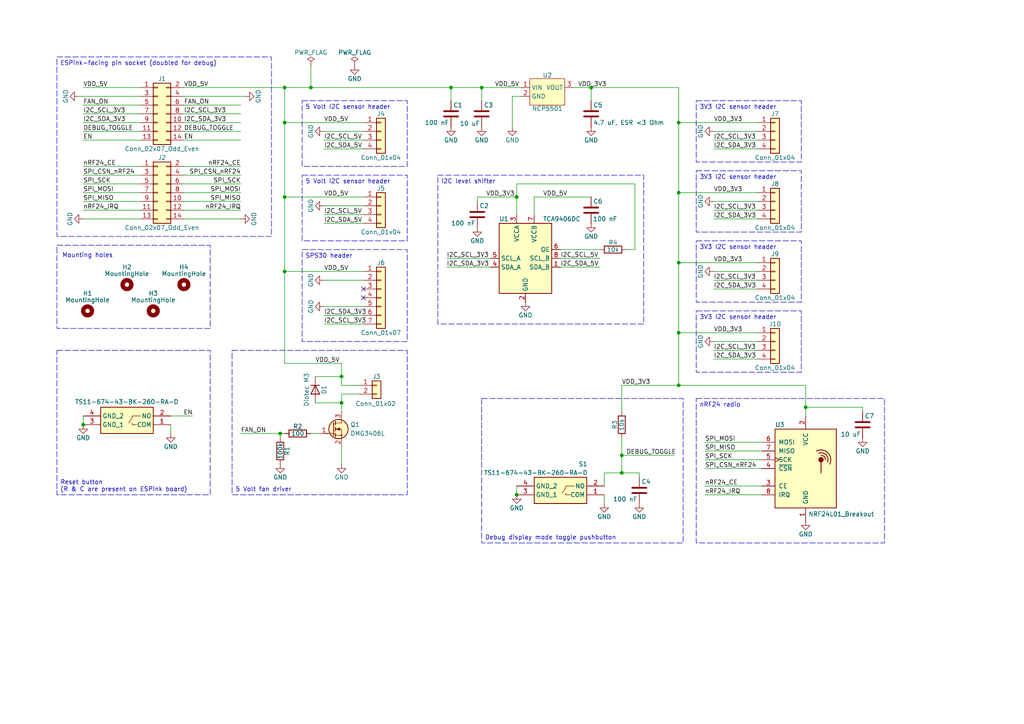
<source format=kicad_sch>
(kicad_sch (version 20231120) (generator "eeschema") (generator_version "8.0")
  (paper "A4")
  (title_block (title "HAMS_hub") (rev "0") (company "Jakub Franek"))
  (lib_symbols
    (symbol "Connector_Generic:Conn_01x02" (pin_names (offset 1.016) hide)
      (property "Reference" "J" (at 0 2.54 0))
      (property "Value" "Conn_01x02" (at 0 -5.08 0))
      (symbol "Conn_01x02_1_1"
        (rectangle (start -1.27 -2.413) (end 0 -2.667) (stroke (width 0.1524)))
        (rectangle (start -1.27 0.127) (end 0 -0.127) (stroke (width 0.1524)))
        (rectangle (start -1.27 1.27) (end 1.27 -3.81) (stroke (width 0.254)) (fill (type background)))
        (pin passive line (at -5.08 0 0) (length 3.81) (name "Pin_1") (number "1"))
        (pin passive line (at -5.08 -2.54 0) (length 3.81) (name "Pin_2") (number "2"))
      )
    )
    (symbol "Connector_Generic:Conn_01x04" (pin_names (offset 1.016) hide)
      (property "Reference" "J" (at 0 5.08 0))
      (property "Value" "Conn_01x04" (at 0 -7.62 0))
      (symbol "Conn_01x04_1_1"
        (rectangle (start -1.27 -4.953) (end 0 -5.207) (stroke (width 0.1524)))
        (rectangle (start -1.27 -2.413) (end 0 -2.667) (stroke (width 0.1524)))
        (rectangle (start -1.27 0.127) (end 0 -0.127) (stroke (width 0.1524)))
        (rectangle (start -1.27 2.667) (end 0 2.413) (stroke (width 0.1524)))
        (rectangle (start -1.27 3.81) (end 1.27 -6.35) (stroke (width 0.254)) (fill (type background)))
        (pin passive line (at -5.08 2.54 0) (length 3.81) (name "Pin_1") (number "1"))
        (pin passive line (at -5.08 0 0) (length 3.81) (name "Pin_2") (number "2"))
        (pin passive line (at -5.08 -2.54 0) (length 3.81) (name "Pin_3") (number "3"))
        (pin passive line (at -5.08 -5.08 0) (length 3.81) (name "Pin_4") (number "4"))
      )
    )
    (symbol "Connector_Generic:Conn_01x07" (pin_names (offset 1.016) hide)
      (property "Reference" "J" (at 0 10.16 0))
      (property "Value" "Conn_01x07" (at 0 -10.16 0))
      (symbol "Conn_01x07_1_1"
        (rectangle (start -1.27 -7.493) (end 0 -7.747) (stroke (width 0.1524)))
        (rectangle (start -1.27 -4.953) (end 0 -5.207) (stroke (width 0.1524)))
        (rectangle (start -1.27 -2.413) (end 0 -2.667) (stroke (width 0.1524)))
        (rectangle (start -1.27 0.127) (end 0 -0.127) (stroke (width 0.1524)))
        (rectangle (start -1.27 2.667) (end 0 2.413) (stroke (width 0.1524)))
        (rectangle (start -1.27 5.207) (end 0 4.953) (stroke (width 0.1524)))
        (rectangle (start -1.27 7.747) (end 0 7.493) (stroke (width 0.1524)))
        (rectangle (start -1.27 8.89) (end 1.27 -8.89) (stroke (width 0.254)) (fill (type background)))
        (pin passive line (at -5.08 7.62 0) (length 3.81) (name "Pin_1") (number "1"))
        (pin passive line (at -5.08 5.08 0) (length 3.81) (name "Pin_2") (number "2"))
        (pin passive line (at -5.08 2.54 0) (length 3.81) (name "Pin_3") (number "3"))
        (pin passive line (at -5.08 0 0) (length 3.81) (name "Pin_4") (number "4"))
        (pin passive line (at -5.08 -2.54 0) (length 3.81) (name "Pin_5") (number "5"))
        (pin passive line (at -5.08 -5.08 0) (length 3.81) (name "Pin_6") (number "6"))
        (pin passive line (at -5.08 -7.62 0) (length 3.81) (name "Pin_7") (number "7"))
      )
    )
    (symbol "Connector_Generic:Conn_02x07_Odd_Even" (pin_names (offset 1.016) hide)
      (property "Reference" "J" (at 1.27 10.16 0))
      (property "Value" "Conn_02x07_Odd_Even" (at 1.27 -10.16 0))
      (symbol "Conn_02x07_Odd_Even_1_1"
        (rectangle (start -1.27 -7.493) (end 0 -7.747) (stroke (width 0.1524)))
        (rectangle (start -1.27 -4.953) (end 0 -5.207) (stroke (width 0.1524)))
        (rectangle (start -1.27 -2.413) (end 0 -2.667) (stroke (width 0.1524)))
        (rectangle (start -1.27 0.127) (end 0 -0.127) (stroke (width 0.1524)))
        (rectangle (start -1.27 2.667) (end 0 2.413) (stroke (width 0.1524)))
        (rectangle (start -1.27 5.207) (end 0 4.953) (stroke (width 0.1524)))
        (rectangle (start -1.27 7.747) (end 0 7.493) (stroke (width 0.1524)))
        (rectangle (start -1.27 8.89) (end 3.81 -8.89) (stroke (width 0.254)) (fill (type background)))
        (rectangle (start 3.81 -7.493) (end 2.54 -7.747) (stroke (width 0.1524)))
        (rectangle (start 3.81 -4.953) (end 2.54 -5.207) (stroke (width 0.1524)))
        (rectangle (start 3.81 -2.413) (end 2.54 -2.667) (stroke (width 0.1524)))
        (rectangle (start 3.81 0.127) (end 2.54 -0.127) (stroke (width 0.1524)))
        (rectangle (start 3.81 2.667) (end 2.54 2.413) (stroke (width 0.1524)))
        (rectangle (start 3.81 5.207) (end 2.54 4.953) (stroke (width 0.1524)))
        (rectangle (start 3.81 7.747) (end 2.54 7.493) (stroke (width 0.1524)))
        (pin passive line (at -5.08 7.62 0) (length 3.81) (name "Pin_1") (number "1"))
        (pin passive line (at 7.62 -2.54 180) (length 3.81) (name "Pin_10") (number "10"))
        (pin passive line (at -5.08 -5.08 0) (length 3.81) (name "Pin_11") (number "11"))
        (pin passive line (at 7.62 -5.08 180) (length 3.81) (name "Pin_12") (number "12"))
        (pin passive line (at -5.08 -7.62 0) (length 3.81) (name "Pin_13") (number "13"))
        (pin passive line (at 7.62 -7.62 180) (length 3.81) (name "Pin_14") (number "14"))
        (pin passive line (at 7.62 7.62 180) (length 3.81) (name "Pin_2") (number "2"))
        (pin passive line (at -5.08 5.08 0) (length 3.81) (name "Pin_3") (number "3"))
        (pin passive line (at 7.62 5.08 180) (length 3.81) (name "Pin_4") (number "4"))
        (pin passive line (at -5.08 2.54 0) (length 3.81) (name "Pin_5") (number "5"))
        (pin passive line (at 7.62 2.54 180) (length 3.81) (name "Pin_6") (number "6"))
        (pin passive line (at -5.08 0 0) (length 3.81) (name "Pin_7") (number "7"))
        (pin passive line (at 7.62 0 180) (length 3.81) (name "Pin_8") (number "8"))
        (pin passive line (at -5.08 -2.54 0) (length 3.81) (name "Pin_9") (number "9"))
      )
    )
    (symbol "Device:C" (pin_numbers hide) (pin_names (offset 0.254))
      (property "Reference" "C" (at 0.635 2.54 0))
      (property "Value" "C" (at 0.635 -2.54 0))
      (symbol "C_0_1"
        (polyline (pts (xy -2.032 -0.762) (xy 2.032 -0.762)) (stroke (width 0.508)))
        (polyline (pts (xy -2.032 0.762) (xy 2.032 0.762)) (stroke (width 0.508)))
      )
      (symbol "C_1_1"
        (pin passive line (at 0 3.81 270) (length 2.794) (name "~") (number "1"))
        (pin passive line (at 0 -3.81 90) (length 2.794) (name "~") (number "2"))
      )
    )
    (symbol "Device:D" (pin_numbers hide) (pin_names (offset 1.016) hide)
      (property "Reference" "D" (at 0 2.54 0))
      (property "Value" "D" (at 0 -2.54 0))
      (symbol "D_0_1"
        (polyline (pts (xy -1.27 1.27) (xy -1.27 -1.27)) (stroke (width 0.254)))
        (polyline (pts (xy 1.27 0) (xy -1.27 0)))
        (polyline (pts (xy 1.27 1.27) (xy 1.27 -1.27) (xy -1.27 0) (xy 1.27 1.27)) (stroke (width 0.254)))
      )
      (symbol "D_1_1"
        (pin passive line (at -3.81 0 0) (length 2.54) (name "K") (number "1"))
        (pin passive line (at 3.81 0 180) (length 2.54) (name "A") (number "2"))
      )
    )
    (symbol "Device:R" (pin_numbers hide) (pin_names (offset 0))
      (property "Reference" "R" (at 2.032 0 90))
      (property "Value" "R" (at 0 0 90))
      (symbol "R_0_1"
        (rectangle (start -1.016 -2.54) (end 1.016 2.54) (stroke (width 0.254)))
      )
      (symbol "R_1_1"
        (pin passive line (at 0 3.81 270) (length 1.27) (name "~") (number "1"))
        (pin passive line (at 0 -3.81 90) (length 1.27) (name "~") (number "2"))
      )
    )
    (symbol "Interface:TCA9406DC"
      (property "Reference" "U" (at -7.62 11.43 0))
      (property "Value" "TCA9406DC" (at 5.08 11.43 0))
      (symbol "TCA9406DC_0_1"
        (rectangle (start -7.62 10.16) (end 7.62 -10.16) (stroke (width 0.254)) (fill (type background)))
      )
      (symbol "TCA9406DC_1_1"
        (pin bidirectional line (at 10.16 -2.54 180) (length 2.54) (name "SDA_B") (number "1"))
        (pin power_in line (at 0 -12.7 90) (length 2.54) (name "GND") (number "2"))
        (pin power_in line (at -2.54 12.7 270) (length 2.54) (name "VCCA") (number "3"))
        (pin bidirectional line (at -10.16 -2.54 0) (length 2.54) (name "SDA_A") (number "4"))
        (pin bidirectional line (at -10.16 0 0) (length 2.54) (name "SCL_A") (number "5"))
        (pin input line (at 10.16 2.54 180) (length 2.54) (name "OE") (number "6"))
        (pin power_in line (at 2.54 12.7 270) (length 2.54) (name "VCCB") (number "7"))
        (pin bidirectional line (at 10.16 0 180) (length 2.54) (name "SCL_B") (number "8"))
      )
    )
    (symbol "Mechanical:MountingHole" (pin_names (offset 1.016)) (exclude_from_sim yes) (in_bom no)
      (property "Reference" "H" (at 0 5.08 0))
      (property "Value" "MountingHole" (at 0 3.175 0))
      (symbol "MountingHole_0_1"
        (circle (center 0 0) (radius 1.27) (stroke (width 1.27)))
      )
    )
    (symbol "PCM_Transistor_MOSFET_AKL:DMG3406L" (pin_names hide)
      (property "Reference" "Q" (at 5.08 1.27 0))
      (property "Value" "DMG3406L" (at 5.08 -1.27 0))
      (symbol "DMG3406L_0_1"
        (polyline (pts (xy 0.254 -1.27) (xy -2.54 -1.27)))
        (polyline (pts (xy 0.254 1.905) (xy 0.254 -1.905)) (stroke (width 0.254)))
        (polyline (pts (xy 0.762 -1.778) (xy 2.54 -1.778)))
        (polyline (pts (xy 0.762 -1.27) (xy 0.762 -2.286)) (stroke (width 0.254)))
        (polyline (pts (xy 0.762 0.508) (xy 0.762 -0.508)) (stroke (width 0.254)))
        (polyline (pts (xy 0.762 2.286) (xy 0.762 1.27)) (stroke (width 0.254)))
        (polyline (pts (xy 2.54 1.778) (xy 0.762 1.778)))
        (polyline (pts (xy 2.54 2.54) (xy 2.54 1.778)))
        (polyline (pts (xy 2.54 -2.54) (xy 2.54 0) (xy 0.762 0)))
        (polyline (pts (xy 1.016 0) (xy 2.032 0.381) (xy 2.032 -0.381) (xy 1.016 0)) (fill (type outline)))
        (circle (center 1.651 0) (radius 2.794) (stroke (width 0.254)) (fill (type background)))
        (circle (center 2.54 -1.778) (radius 0.1778) (fill (type outline)))
      )
      (symbol "DMG3406L_1_1"
        (pin input line (at -3.81 -1.27 0) (length 2.54) (name "G") (number "1"))
        (pin passive line (at 2.54 -5.08 90) (length 2.54) (name "S") (number "2"))
        (pin passive line (at 2.54 5.08 270) (length 2.54) (name "D") (number "3"))
      )
    )
    (symbol "Personal_Linear_Regulators:NCP5501"
      (property "Reference" "U" (at 0 4.826 0))
      (property "Value" "NCP5501" (at 0 -4.826 0))
      (symbol "NCP5501_1_1"
        (rectangle (start -5.08 3.81) (end 5.08 -3.81) (fill (type background)))
        (pin power_in line (at -7.62 1.27 0) (length 2.54) (name "VIN") (number "1"))
        (pin power_in line (at -7.62 -1.27 0) (length 2.54) (name "GND") (number "2"))
        (pin power_out line (at 7.62 1.27 180) (length 2.54) (name "VOUT") (number "3"))
      )
    )
    (symbol "Personal_SamacSys:TS11-674-43-BK-260-RA-D"
      (property "Reference" "S" (at 4.826 7.112 0))
      (property "Value" "TS11-674-43-BK-260-RA-D" (at 4.826 4.572 0))
      (symbol "TS11-674-43-BK-260-RA-D_0_1"
        (polyline (pts (xy 11.176 -2.032) (xy 11.176 -2.54) (xy 9.906 -2.54)))
        (polyline (pts (xy 8.636 0) (xy 11.176 0) (xy 11.176 -0.508) (xy 12.192 -2.032)))
      )
      (symbol "TS11-674-43-BK-260-RA-D_1_1"
        (rectangle (start 5.08 2.54) (end 20.32 -5.08) (stroke (width 0.254)) (fill (type background)))
        (pin passive line (at 0 -2.54 0) (length 5.08) (name "COM") (number "1"))
        (pin passive line (at 0 0 0) (length 5.08) (name "NO") (number "2"))
        (pin passive line (at 25.4 -2.54 180) (length 5.08) (name "GND_1") (number "3"))
        (pin passive line (at 25.4 0 180) (length 5.08) (name "GND_2") (number "4"))
      )
    )
    (symbol "RF:NRF24L01_Breakout" (pin_names (offset 1.016))
      (property "Reference" "U" (at -8.89 12.7 0))
      (property "Value" "NRF24L01_Breakout" (at 3.81 12.7 0))
      (symbol "NRF24L01_Breakout_0_1"
        (rectangle (start -8.89 11.43) (end 8.89 -11.43) (stroke (width 0.254)) (fill (type background)))
        (polyline (pts (xy 4.445 1.905) (xy 4.445 -1.27)) (stroke (width 0.254)))
        (circle (center 4.445 2.54) (radius 0.635) (stroke (width 0.254)) (fill (type outline)))
        (arc (start 5.715 2.54) (mid 5.3521 3.4546) (end 4.445 3.81) (stroke (width 0.254)))
        (arc (start 6.35 1.905) (mid 5.8763 3.9854) (end 3.81 4.445) (stroke (width 0.254)))
        (arc (start 6.985 1.27) (mid 6.453 4.548) (end 3.175 5.08) (stroke (width 0.254)))
      )
      (symbol "NRF24L01_Breakout_1_1"
        (pin power_in line (at 0 -15.24 90) (length 3.81) (name "GND") (number "1"))
        (pin power_in line (at 0 15.24 270) (length 3.81) (name "VCC") (number "2"))
        (pin input line (at -12.7 -5.08 0) (length 3.81) (name "CE") (number "3"))
        (pin input line (at -12.7 0 0) (length 3.81) (name "~{CSN}") (number "4"))
        (pin input clock (at -12.7 2.54 0) (length 3.81) (name "SCK") (number "5"))
        (pin input line (at -12.7 7.62 0) (length 3.81) (name "MOSI") (number "6"))
        (pin output line (at -12.7 5.08 0) (length 3.81) (name "MISO") (number "7"))
        (pin output line (at -12.7 -7.62 0) (length 3.81) (name "IRQ") (number "8"))
      )
    )
    (symbol "power:GND" (power) (pin_numbers hide) (pin_names (offset 0) hide)
      (property "Value" "GND" (at 0 -3.81 0))
      (symbol "GND_0_1"
        (polyline (pts (xy 0 0) (xy 0 -1.27) (xy 1.27 -1.27) (xy 0 -2.54) (xy -1.27 -1.27) (xy 0 -1.27)))
      )
      (symbol "GND_1_1"
        (pin power_in line (at 0 0 270) (length 0) (name "~") (number "1"))
      )
    )
    (symbol "power:PWR_FLAG" (power) (pin_numbers hide) (pin_names (offset 0) hide)
      (property "Value" "PWR_FLAG" (at 0 3.81 0))
      (symbol "PWR_FLAG_0_0"
        (pin power_out line (at 0 0 90) (length 0) (name "~") (number "1"))
      )
      (symbol "PWR_FLAG_0_1"
        (polyline (pts (xy 0 0) (xy 0 1.27) (xy -1.016 1.905) (xy 0 2.54) (xy 1.016 1.905) (xy 0 1.27)))
      )
    )
  )
  (junction (at 196.85 96.52))
  (junction (at 139.7 25.4))
  (junction (at 82.55 25.4))
  (junction (at 180.34 132.08))
  (junction (at 90.17 25.4))
  (junction (at 233.68 118.11))
  (junction (at 196.85 55.88))
  (junction (at 82.55 57.15))
  (junction (at 81.28 125.73))
  (junction (at 99.06 116.84))
  (junction (at 130.81 25.4))
  (junction (at 99.06 109.22))
  (junction (at 149.86 143.51))
  (junction (at 149.86 57.15))
  (junction (at 196.85 35.56))
  (junction (at 196.85 76.2))
  (junction (at 196.85 111.76))
  (junction (at 24.13 123.19))
  (junction (at 82.55 78.74))
  (junction (at 171.45 25.4))
  (junction (at 180.34 137.16))
  (junction (at 82.55 35.56))
  (no_connect (at 105.41 83.82))
  (no_connect (at 105.41 86.36))
  (wire (pts (xy 91.44 109.22) (xy 99.06 109.22)))
  (wire (pts (xy 69.85 50.8) (xy 53.34 50.8)))
  (wire (pts (xy 99.06 109.22) (xy 99.06 111.76)))
  (wire (pts (xy 204.47 135.89) (xy 220.98 135.89)))
  (wire (pts (xy 69.85 58.42) (xy 53.34 58.42)))
  (wire (pts (xy 233.68 118.11) (xy 233.68 120.65)))
  (wire (pts (xy 207.01 60.96) (xy 219.71 60.96)))
  (wire (pts (xy 180.34 132.08) (xy 195.58 132.08)))
  (wire (pts (xy 162.56 72.39) (xy 173.99 72.39)))
  (wire (pts (xy 204.47 140.97) (xy 220.98 140.97)))
  (wire (pts (xy 82.55 25.4) (xy 90.17 25.4)))
  (wire (pts (xy 24.13 38.1) (xy 40.64 38.1)))
  (wire (pts (xy 24.13 50.8) (xy 40.64 50.8)))
  (wire (pts (xy 171.45 25.4) (xy 171.45 29.21)))
  (wire (pts (xy 207.01 78.74) (xy 219.71 78.74)))
  (wire (pts (xy 99.06 114.3) (xy 99.06 116.84)))
  (wire (pts (xy 149.86 53.34) (xy 184.15 53.34)))
  (wire (pts (xy 196.85 55.88) (xy 219.71 55.88)))
  (wire (pts (xy 196.85 55.88) (xy 196.85 76.2)))
  (wire (pts (xy 24.13 58.42) (xy 40.64 58.42)))
  (wire (pts (xy 196.85 111.76) (xy 180.34 111.76)))
  (wire (pts (xy 207.01 63.5) (xy 219.71 63.5)))
  (wire (pts (xy 162.56 74.93) (xy 173.99 74.93)))
  (wire (pts (xy 24.13 120.65) (xy 24.13 123.19)))
  (wire (pts (xy 53.34 40.64) (xy 69.85 40.64)))
  (wire (pts (xy 196.85 96.52) (xy 196.85 111.76)))
  (wire (pts (xy 250.19 118.11) (xy 250.19 119.38)))
  (wire (pts (xy 82.55 25.4) (xy 82.55 35.56)))
  (wire (pts (xy 148.59 27.94) (xy 151.13 27.94)))
  (wire (pts (xy 196.85 35.56) (xy 196.85 25.4)))
  (wire (pts (xy 24.13 53.34) (xy 40.64 53.34)))
  (wire (pts (xy 149.86 57.15) (xy 149.86 62.23)))
  (wire (pts (xy 93.98 40.64) (xy 105.41 40.64)))
  (wire (pts (xy 207.01 99.06) (xy 219.71 99.06)))
  (wire (pts (xy 154.94 57.15) (xy 171.45 57.15)))
  (wire (pts (xy 129.54 77.47) (xy 142.24 77.47)))
  (wire (pts (xy 184.15 72.39) (xy 181.61 72.39)))
  (wire (pts (xy 24.13 55.88) (xy 40.64 55.88)))
  (wire (pts (xy 82.55 35.56) (xy 82.55 57.15)))
  (wire (pts (xy 196.85 96.52) (xy 196.85 76.2)))
  (wire (pts (xy 22.86 27.94) (xy 40.64 27.94)))
  (wire (pts (xy 93.98 81.28) (xy 105.41 81.28)))
  (wire (pts (xy 219.71 35.56) (xy 196.85 35.56)))
  (wire (pts (xy 204.47 130.81) (xy 220.98 130.81)))
  (wire (pts (xy 207.01 38.1) (xy 219.71 38.1)))
  (wire (pts (xy 49.53 120.65) (xy 55.88 120.65)))
  (wire (pts (xy 93.98 62.23) (xy 105.41 62.23)))
  (wire (pts (xy 105.41 57.15) (xy 82.55 57.15)))
  (wire (pts (xy 82.55 78.74) (xy 82.55 105.41)))
  (wire (pts (xy 93.98 43.18) (xy 105.41 43.18)))
  (wire (pts (xy 233.68 111.76) (xy 196.85 111.76)))
  (wire (pts (xy 49.53 123.19) (xy 49.53 125.73)))
  (wire (pts (xy 162.56 77.47) (xy 173.99 77.47)))
  (wire (pts (xy 93.98 59.69) (xy 105.41 59.69)))
  (wire (pts (xy 99.06 134.62) (xy 99.06 129.54)))
  (wire (pts (xy 207.01 81.28) (xy 219.71 81.28)))
  (wire (pts (xy 149.86 57.15) (xy 149.86 53.34)))
  (wire (pts (xy 180.34 132.08) (xy 180.34 137.16)))
  (wire (pts (xy 53.34 30.48) (xy 69.85 30.48)))
  (wire (pts (xy 53.34 25.4) (xy 82.55 25.4)))
  (wire (pts (xy 53.34 35.56) (xy 69.85 35.56)))
  (wire (pts (xy 149.86 140.97) (xy 149.86 143.51)))
  (wire (pts (xy 24.13 33.02) (xy 40.64 33.02)))
  (wire (pts (xy 90.17 25.4) (xy 130.81 25.4)))
  (wire (pts (xy 93.98 38.1) (xy 105.41 38.1)))
  (wire (pts (xy 130.81 25.4) (xy 130.81 29.21)))
  (wire (pts (xy 180.34 127) (xy 180.34 132.08)))
  (wire (pts (xy 93.98 88.9) (xy 105.41 88.9)))
  (wire (pts (xy 130.81 25.4) (xy 139.7 25.4)))
  (wire (pts (xy 175.26 137.16) (xy 180.34 137.16)))
  (wire (pts (xy 81.28 125.73) (xy 81.28 127)))
  (wire (pts (xy 99.06 105.41) (xy 99.06 109.22)))
  (wire (pts (xy 207.01 43.18) (xy 219.71 43.18)))
  (wire (pts (xy 53.34 38.1) (xy 69.85 38.1)))
  (wire (pts (xy 104.14 114.3) (xy 99.06 114.3)))
  (wire (pts (xy 81.28 125.73) (xy 82.55 125.73)))
  (wire (pts (xy 207.01 101.6) (xy 219.71 101.6)))
  (wire (pts (xy 69.85 60.96) (xy 53.34 60.96)))
  (wire (pts (xy 69.85 48.26) (xy 53.34 48.26)))
  (wire (pts (xy 105.41 35.56) (xy 82.55 35.56)))
  (wire (pts (xy 204.47 128.27) (xy 220.98 128.27)))
  (wire (pts (xy 154.94 62.23) (xy 154.94 57.15)))
  (wire (pts (xy 53.34 33.02) (xy 69.85 33.02)))
  (wire (pts (xy 175.26 143.51) (xy 175.26 146.05)))
  (wire (pts (xy 90.17 19.05) (xy 90.17 25.4)))
  (wire (pts (xy 24.13 48.26) (xy 40.64 48.26)))
  (wire (pts (xy 69.85 63.5) (xy 53.34 63.5)))
  (wire (pts (xy 204.47 143.51) (xy 220.98 143.51)))
  (wire (pts (xy 129.54 74.93) (xy 142.24 74.93)))
  (wire (pts (xy 24.13 63.5) (xy 40.64 63.5)))
  (wire (pts (xy 69.85 55.88) (xy 53.34 55.88)))
  (wire (pts (xy 24.13 25.4) (xy 40.64 25.4)))
  (wire (pts (xy 175.26 137.16) (xy 175.26 140.97)))
  (wire (pts (xy 93.98 93.98) (xy 105.41 93.98)))
  (wire (pts (xy 53.34 27.94) (xy 71.12 27.94)))
  (wire (pts (xy 93.98 64.77) (xy 105.41 64.77)))
  (wire (pts (xy 138.43 57.15) (xy 138.43 58.42)))
  (wire (pts (xy 82.55 78.74) (xy 105.41 78.74)))
  (wire (pts (xy 99.06 116.84) (xy 99.06 119.38)))
  (wire (pts (xy 166.37 25.4) (xy 171.45 25.4)))
  (wire (pts (xy 138.43 57.15) (xy 149.86 57.15)))
  (wire (pts (xy 171.45 25.4) (xy 196.85 25.4)))
  (wire (pts (xy 139.7 25.4) (xy 151.13 25.4)))
  (wire (pts (xy 69.85 125.73) (xy 81.28 125.73)))
  (wire (pts (xy 148.59 36.83) (xy 148.59 27.94)))
  (wire (pts (xy 24.13 60.96) (xy 40.64 60.96)))
  (wire (pts (xy 24.13 40.64) (xy 40.64 40.64)))
  (wire (pts (xy 233.68 111.76) (xy 233.68 118.11)))
  (wire (pts (xy 180.34 111.76) (xy 180.34 119.38)))
  (wire (pts (xy 184.15 53.34) (xy 184.15 72.39)))
  (wire (pts (xy 99.06 111.76) (xy 104.14 111.76)))
  (wire (pts (xy 233.68 118.11) (xy 250.19 118.11)))
  (wire (pts (xy 139.7 25.4) (xy 139.7 29.21)))
  (wire (pts (xy 180.34 137.16) (xy 185.42 137.16)))
  (wire (pts (xy 82.55 57.15) (xy 82.55 78.74)))
  (wire (pts (xy 24.13 35.56) (xy 40.64 35.56)))
  (wire (pts (xy 90.17 125.73) (xy 92.71 125.73)))
  (wire (pts (xy 207.01 40.64) (xy 219.71 40.64)))
  (wire (pts (xy 204.47 133.35) (xy 220.98 133.35)))
  (wire (pts (xy 196.85 55.88) (xy 196.85 35.56)))
  (wire (pts (xy 196.85 96.52) (xy 219.71 96.52)))
  (wire (pts (xy 185.42 137.16) (xy 185.42 138.43)))
  (wire (pts (xy 207.01 83.82) (xy 219.71 83.82)))
  (wire (pts (xy 207.01 58.42) (xy 219.71 58.42)))
  (wire (pts (xy 91.44 116.84) (xy 99.06 116.84)))
  (wire (pts (xy 93.98 91.44) (xy 105.41 91.44)))
  (wire (pts (xy 24.13 30.48) (xy 40.64 30.48)))
  (wire (pts (xy 196.85 76.2) (xy 219.71 76.2)))
  (wire (pts (xy 82.55 105.41) (xy 99.06 105.41)))
  (wire (pts (xy 207.01 104.14) (xy 219.71 104.14)))
  (wire (pts (xy 69.85 53.34) (xy 53.34 53.34)))
  (rectangle (start 16.51 71.12) (end 60.96 95.25) (stroke (width 0) (type dash)))
  (text_box "Debug display mode toggle pushbutton" (at 139.7 115.57 0) (size 58.42 41.91) (stroke (width 0) (type dash)) (effects (font (size 1.27 1.27)) (justify left bottom)))
  (text_box "3V3 I2C sensor header" (at 201.93 29.21 0) (size 30.48 17.78) (stroke (width 0) (type dash)) (effects (font (size 1.27 1.27)) (justify left top)))
  (text_box "5 Volt I2C sensor header" (at 87.63 50.8 0) (size 30.48 19.05) (stroke (width 0) (type dash)) (effects (font (size 1.27 1.27)) (justify left top)))
  (text_box "5 Volt fan driver" (at 67.31 101.6 0) (size 50.8 41.91) (stroke (width 0) (type dash)) (effects (font (size 1.27 1.27)) (justify left bottom)))
  (text_box "ESPink-facing pin socket (doubled for debug)" (at 16.51 16.51 0) (size 62.23 52.07) (stroke (width 0) (type dash)) (effects (font (size 1.27 1.27)) (justify left top)))
  (text_box "3V3 I2C sensor header" (at 201.93 69.85 0) (size 30.48 17.78) (stroke (width 0) (type dash)) (effects (font (size 1.27 1.27)) (justify left top)))
  (text_box "5 Volt I2C sensor header" (at 87.63 29.21 0) (size 30.48 19.05) (stroke (width 0) (type dash)) (effects (font (size 1.27 1.27)) (justify left top)))
  (text_box "3V3 I2C sensor header" (at 201.93 49.53 0) (size 30.48 17.78) (stroke (width 0) (type dash)) (effects (font (size 1.27 1.27)) (justify left top)))
  (text_box "nRF24 radio" (at 201.93 115.57 0) (size 54.61 41.91) (stroke (width 0) (type dash)) (effects (font (size 1.27 1.27)) (justify left top)))
  (text_box "I2C level shifter" (at 127 50.8 0) (size 59.69 43.18) (stroke (width 0) (type dash)) (effects (font (size 1.27 1.27)) (justify left top)))
  (text_box "3V3 I2C sensor header" (at 201.93 90.17 0) (size 30.48 17.78) (stroke (width 0) (type dash)) (effects (font (size 1.27 1.27)) (justify left top)))
  (text_box "SPS30 header" (at 87.63 72.39 0) (size 30.48 26.67) (stroke (width 0) (type dash)) (effects (font (size 1.27 1.27)) (justify left top)))
  (text_box "Reset button\n(R & C are present on ESPink board)" (at 16.51 101.6 0) (size 44.45 41.91) (stroke (width 0) (type dash)) (effects (font (size 1.27 1.27)) (justify left bottom)))
  (text "Mounting holes" (at 25.4 74.168 0) (effects (font (size 1.27 1.27))))
  (label "FAN_ON" (at 69.85 125.73 0))
  (label "VDD_3V3" (at 207.01 55.88 0))
  (label "I2C_SCL_3V3" (at 207.01 40.64 0))
  (label "DEBUG_TOGGLE" (at 24.13 38.1 0))
  (label "I2C_SDA_3V3" (at 207.01 63.5 0))
  (label "SPI_MISO" (at 204.47 130.81 0))
  (label "nRF24_IRQ" (at 24.13 60.96 0))
  (label "I2C_SDA_3V3" (at 207.01 104.14 0))
  (label "nRF24_IRQ" (at 204.47 143.51 0))
  (label "VDD_3V3" (at 207.01 96.52 0))
  (label "I2C_SDA_3V3" (at 129.54 77.47 0))
  (label "VDD_3V3" (at 140.97 57.15 0))
  (label "SPI_MISO" (at 24.13 58.42 0))
  (label "SPI_MOSI" (at 69.85 55.88 180))
  (label "SPI_CSN_nRF24" (at 204.47 135.89 0))
  (label "VDD_5V" (at 93.98 57.15 0))
  (label "DEBUG_TOGGLE" (at 181.61 132.08 0))
  (label "VDD_3V3" (at 207.01 35.56 0))
  (label "VDD_5V" (at 157.48 57.15 0))
  (label "VDD_5V" (at 53.34 25.4 0))
  (label "I2C_SCL_3V3" (at 207.01 101.6 0))
  (label "VDD_3V3" (at 180.34 111.76 0))
  (label "nRF24_CE" (at 69.85 48.26 180))
  (label "nRF24_CE" (at 204.47 140.97 0))
  (label "VDD_3V3" (at 207.01 76.2 0))
  (label "SPI_SCK" (at 204.47 133.35 0))
  (label "EN" (at 24.13 40.64 0))
  (label "I2C_SDA_3V3" (at 93.98 91.44 0))
  (label "I2C_SCL_3V3" (at 53.34 33.02 0))
  (label "I2C_SDA_3V3" (at 207.01 43.18 0))
  (label "I2C_SDA_5V" (at 162.56 77.47 0))
  (label "VDD_5V" (at 24.13 25.4 0))
  (label "I2C_SCL_3V3" (at 93.98 93.98 0))
  (label "I2C_SCL_5V" (at 93.98 62.23 0))
  (label "VDD_3V3" (at 167.64 25.4 0))
  (label "EN" (at 53.34 40.64 0))
  (label "SPI_SCK" (at 69.85 53.34 180))
  (label "nRF24_IRQ" (at 69.85 60.96 180))
  (label "VDD_5V" (at 143.51 25.4 0))
  (label "SPI_CSN_nRF24" (at 24.13 50.8 0))
  (label "I2C_SCL_3V3" (at 207.01 60.96 0))
  (label "I2C_SDA_5V" (at 93.98 43.18 0))
  (label "I2C_SCL_5V" (at 162.56 74.93 0))
  (label "I2C_SCL_3V3" (at 129.54 74.93 0))
  (label "VDD_5V" (at 93.98 35.56 0))
  (label "FAN_ON" (at 24.13 30.48 0))
  (label "DEBUG_TOGGLE" (at 53.34 38.1 0))
  (label "SPI_CSN_nRF24" (at 69.85 50.8 180))
  (label "I2C_SCL_3V3" (at 24.13 33.02 0))
  (label "SPI_MOSI" (at 24.13 55.88 0))
  (label "SPI_SCK" (at 24.13 53.34 0))
  (label "I2C_SCL_3V3" (at 207.01 81.28 0))
  (label "SPI_MOSI" (at 204.47 128.27 0))
  (label "VDD_5V" (at 91.44 105.41 0))
  (label "FAN_ON" (at 53.34 30.48 0))
  (label "I2C_SDA_3V3" (at 207.01 83.82 0))
  (label "I2C_SCL_5V" (at 93.98 40.64 0))
  (label "I2C_SDA_3V3" (at 24.13 35.56 0))
  (label "nRF24_CE" (at 24.13 48.26 0))
  (label "EN" (at 55.88 120.65 180))
  (label "VDD_5V" (at 93.98 78.74 0))
  (label "I2C_SDA_3V3" (at 53.34 35.56 0))
  (label "SPI_MISO" (at 69.85 58.42 180))
  (label "I2C_SDA_5V" (at 93.98 64.77 0))
  (symbol (lib_id "power:GND") (at 93.98 38.1 270) (unit 1)
    (property "Reference" "#PWR04" (effects (hide yes)))
    (property "Value" "GND" (at 90.17 38.1 0))
    (property "Description" "Power symbol creates a global label with name \"GND\" , ground" (effects (hide yes)))
  )
  (symbol (lib_id "Connector_Generic:Conn_02x07_Odd_Even") (at 45.72 33.02 0) (unit 1)
    (property "Reference" "J1" (at 46.99 22.86 0))
    (property "Value" "Conn_02x07_Odd_Even" (at 46.99 43.18 0))
    (property "Footprint" "Connector_PinSocket_2.54mm:PinSocket_2x07_P2.54mm_Vertical" (effects (hide yes)))
    (property "Description" "Generic connector, double row, 02x07, odd/even pin numbering scheme (row 1 odd numbers, row 2 even numbers), script generated (kicad-library-utils/schlib/autogen/connector/)" (effects (hide yes)))
  )
  (symbol (lib_id "Device:R") (at 180.34 123.19 180) (unit 1)
    (property "Reference" "R3" (at 178.308 123.19 90))
    (property "Value" "10k" (at 180.34 123.19 90))
    (property "Footprint" "Resistor_SMD:R_0805_2012Metric_Pad1.20x1.40mm_HandSolder" (effects (hide yes)))
    (property "Description" "Resistor" (effects (hide yes)))
  )
  (symbol (lib_id "power:GND") (at 148.59 36.83 0) (unit 1)
    (property "Reference" "#PWR013" (effects (hide yes)))
    (property "Value" "GND" (at 148.59 40.64 0))
    (property "Description" "Power symbol creates a global label with name \"GND\" , ground" (effects (hide yes)))
  )
  (symbol (lib_id "Personal_SamacSys:TS11-674-43-BK-260-RA-D") (at 175.26 140.97 0) (mirror y) (unit 1)
    (property "Reference" "S1" (at 170.434 133.858 0) (effects (justify left top)))
    (property "Value" "TS11-674-43-BK-260-RA-D" (at 170.434 136.398 0) (effects (justify left top)))
    (property "Footprint" "Personal_SamacSys:TS1167443BK260RAD" (effects (hide yes)))
    (property "Datasheet" "https://www.sameskydevices.com/product/resource/supplyframepdf/ts11.pdf" (effects (hide yes)))
    (property "Description" "6 x 7.4 mm, 4.3 mm Actuator Height, 260 gf, Black, Right Angle, Through Hole, SPST, Tactile Switch" (effects (hide yes)))
    (property "Height" "7.2" (effects (hide yes)))
    (property "Mouser Part Number" "179-TS1167443260RAD" (effects (hide yes)))
    (property "Mouser Price/Stock" "https://www.mouser.co.uk/ProductDetail/CUI-Devices/TS11-674-43-BK-260-RA-D?qs=t7xnP681wgUL1nuxaJiw7g%3D%3D" (effects (hide yes)))
    (property "Manufacturer_Name" "Same Sky" (effects (hide yes)))
    (property "Manufacturer_Part_Number" "TS11-674-43-BK-260-RA-D" (effects (hide yes)))
  )
  (symbol (lib_id "power:PWR_FLAG") (at 102.87 19.05 0) (unit 1)
    (property "Reference" "#FLG02" (effects (hide yes)))
    (property "Value" "PWR_FLAG" (at 102.87 15.24 0))
    (property "Description" "Special symbol for telling ERC where power comes from" (effects (hide yes)))
  )
  (symbol (lib_id "power:GND") (at 175.26 146.05 0) (unit 1)
    (property "Reference" "#PWR014" (effects (hide yes)))
    (property "Value" "GND" (at 175.26 149.86 0))
    (property "Description" "Power symbol creates a global label with name \"GND\" , ground" (effects (hide yes)))
  )
  (symbol (lib_id "Device:C") (at 250.19 123.19 0) (unit 1)
    (property "Reference" "C7" (at 250.825 120.65 0) (effects (justify left)))
    (property "Value" "10 uF" (at 243.84 125.984 0) (effects (justify left)))
    (property "Footprint" "Capacitor_SMD:C_0805_2012Metric_Pad1.18x1.45mm_HandSolder" (effects (hide yes)))
    (property "Description" "Unpolarized capacitor" (effects (hide yes)))
  )
  (symbol (lib_id "Device:C") (at 171.45 60.96 0) (unit 1)
    (property "Reference" "C6" (at 172.085 58.42 0) (effects (justify left)))
    (property "Value" "100 nF" (at 171.958 63.5 0) (effects (justify left)))
    (property "Footprint" "Capacitor_SMD:C_0805_2012Metric_Pad1.18x1.45mm_HandSolder" (effects (hide yes)))
    (property "Description" "Unpolarized capacitor" (effects (hide yes)))
  )
  (symbol (lib_id "power:GND") (at 207.01 38.1 270) (unit 1)
    (property "Reference" "#PWR019" (effects (hide yes)))
    (property "Value" "GND" (at 203.2 38.1 0))
    (property "Description" "Power symbol creates a global label with name \"GND\" , ground" (effects (hide yes)))
  )
  (symbol (lib_id "power:GND") (at 250.19 127 0) (unit 1)
    (property "Reference" "#PWR024" (effects (hide yes)))
    (property "Value" "GND" (at 250.19 130.81 0))
    (property "Description" "Power symbol creates a global label with name \"GND\" , ground" (effects (hide yes)))
  )
  (symbol (lib_id "Device:D") (at 91.44 113.03 270) (unit 1)
    (property "Reference" "D1" (at 93.98 113.03 0))
    (property "Value" "Diotec M3" (at 88.9 113.03 0))
    (property "Footprint" "Diode_SMD:D_SMA_Handsoldering" (effects (hide yes)))
    (property "Description" "Diode" (effects (hide yes)))
    (property "Sim.Device" "D" (effects (hide yes)))
    (property "Sim.Pins" "1=K 2=A" (effects (hide yes)))
  )
  (symbol (lib_id "Connector_Generic:Conn_01x07") (at 110.49 86.36 0) (unit 1)
    (property "Reference" "J6" (at 110.49 76.2 0))
    (property "Value" "Conn_01x07" (at 110.49 96.52 0))
    (property "Footprint" "Connector_PinHeader_2.54mm:PinHeader_1x07_P2.54mm_Vertical" (effects (hide yes)))
    (property "Description" "Generic connector, single row, 01x07, script generated (kicad-library-utils/schlib/autogen/connector/)" (effects (hide yes)))
  )
  (symbol (lib_id "power:GND") (at 93.98 88.9 270) (unit 1)
    (property "Reference" "#PWR07" (effects (hide yes)))
    (property "Value" "GND" (at 90.17 88.9 0))
    (property "Description" "Power symbol creates a global label with name \"GND\" , ground" (effects (hide yes)))
  )
  (symbol (lib_id "power:GND") (at 207.01 58.42 270) (unit 1)
    (property "Reference" "#PWR020" (effects (hide yes)))
    (property "Value" "GND" (at 203.2 58.42 0))
    (property "Description" "Power symbol creates a global label with name \"GND\" , ground" (effects (hide yes)))
  )
  (symbol (lib_id "Connector_Generic:Conn_02x07_Odd_Even") (at 45.72 55.88 0) (unit 1)
    (property "Reference" "J2" (at 46.99 45.72 0))
    (property "Value" "Conn_02x07_Odd_Even" (at 46.99 66.04 0))
    (property "Footprint" "Connector_PinSocket_2.54mm:PinSocket_2x07_P2.54mm_Vertical" (effects (hide yes)))
    (property "Description" "Generic connector, double row, 02x07, odd/even pin numbering scheme (row 1 odd numbers, row 2 even numbers), script generated (kicad-library-utils/schlib/autogen/connector/)" (effects (hide yes)))
  )
  (symbol (lib_id "Mechanical:MountingHole") (at 36.83 82.55 0) (unit 1) (exclude_from_sim yes) (in_bom no)
    (property "Reference" "H2" (at 36.83 77.47 0))
    (property "Value" "MountingHole" (at 36.83 79.375 0))
    (property "Footprint" "MountingHole:MountingHole_2.2mm_M2_ISO7380" (effects (hide yes)))
    (property "Description" "Mounting Hole without connection" (effects (hide yes)))
  )
  (symbol (lib_id "power:GND") (at 69.85 63.5 90) (unit 1)
    (property "Reference" "#PWR026" (effects (hide yes)))
    (property "Value" "GND" (at 73.66 63.5 0))
    (property "Description" "Power symbol creates a global label with name \"GND\" , ground" (effects (hide yes)))
  )
  (symbol (lib_id "Connector_Generic:Conn_01x04") (at 110.49 38.1 0) (unit 1)
    (property "Reference" "J4" (at 110.49 33.02 0))
    (property "Value" "Conn_01x04" (at 110.49 45.72 0))
    (property "Footprint" "Connector_PinSocket_2.54mm:PinSocket_1x04_P2.54mm_Vertical" (effects (hide yes)))
    (property "Description" "Generic connector, single row, 01x04, script generated (kicad-library-utils/schlib/autogen/connector/)" (effects (hide yes)))
  )
  (symbol (lib_id "power:GND") (at 207.01 99.06 270) (unit 1)
    (property "Reference" "#PWR022" (effects (hide yes)))
    (property "Value" "GND" (at 203.2 99.06 0))
    (property "Description" "Power symbol creates a global label with name \"GND\" , ground" (effects (hide yes)))
  )
  (symbol (lib_id "Device:C") (at 130.81 33.02 0) (unit 1)
    (property "Reference" "C1" (at 131.445 30.48 0) (effects (justify left)))
    (property "Value" "100 nF" (at 123.19 35.56 0) (effects (justify left)))
    (property "Footprint" "Capacitor_SMD:C_0805_2012Metric_Pad1.18x1.45mm_HandSolder" (effects (hide yes)))
    (property "Description" "Unpolarized capacitor" (effects (hide yes)))
  )
  (symbol (lib_id "power:GND") (at 99.06 134.62 0) (unit 1)
    (property "Reference" "#PWR08" (effects (hide yes)))
    (property "Value" "GND" (at 99.06 138.43 0))
    (property "Description" "Power symbol creates a global label with name \"GND\" , ground" (effects (hide yes)))
  )
  (symbol (lib_id "Device:R") (at 177.8 72.39 90) (unit 1)
    (property "Reference" "R4" (at 177.8 70.358 90))
    (property "Value" "10k" (at 177.8 72.39 90))
    (property "Footprint" "Resistor_SMD:R_0805_2012Metric_Pad1.20x1.40mm_HandSolder" (effects (hide yes)))
    (property "Description" "Resistor" (effects (hide yes)))
  )
  (symbol (lib_id "power:GND") (at 22.86 27.94 270) (unit 1)
    (property "Reference" "#PWR01" (effects (hide yes)))
    (property "Value" "GND" (at 19.05 27.94 0))
    (property "Description" "Power symbol creates a global label with name \"GND\" , ground" (effects (hide yes)))
  )
  (symbol (lib_id "PCM_Transistor_MOSFET_AKL:DMG3406L") (at 96.52 124.46 0) (unit 1)
    (property "Reference" "Q1" (at 101.6 123.19 0) (effects (justify left)))
    (property "Value" "DMG3406L" (at 101.6 125.73 0) (effects (justify left)))
    (property "Footprint" "PCM_Package_TO_SOT_SMD_AKL:SOT-23" (effects (hide yes)))
    (property "Datasheet" "https://www.tme.eu/Document/48259fe2d9cfb7324917db4166b6a4ef/DMG3406L.pdf" (effects (hide yes)))
    (property "Description" "SOT-23 N-MOSFET enchancement mode transistor, 30V, 3.6A, 0.77W, Alternate KiCAD Library" (effects (hide yes)))
  )
  (symbol (lib_id "power:GND") (at 152.4 87.63 0) (unit 1)
    (property "Reference" "#PWR015" (effects (hide yes)))
    (property "Value" "GND" (at 152.4 91.44 0))
    (property "Description" "Power symbol creates a global label with name \"GND\" , ground" (effects (hide yes)))
  )
  (symbol (lib_id "power:GND") (at 171.45 64.77 0) (unit 1)
    (property "Reference" "#PWR018" (effects (hide yes)))
    (property "Value" "GND" (at 171.45 68.58 0))
    (property "Description" "Power symbol creates a global label with name \"GND\" , ground" (effects (hide yes)))
  )
  (symbol (lib_id "power:GND") (at 24.13 123.19 0) (unit 1)
    (property "Reference" "#PWR027" (effects (hide yes)))
    (property "Value" "GND" (at 24.13 127 0))
    (property "Description" "Power symbol creates a global label with name \"GND\" , ground" (effects (hide yes)))
  )
  (symbol (lib_id "Connector_Generic:Conn_01x04") (at 224.79 99.06 0) (unit 1)
    (property "Reference" "J10" (at 224.79 93.98 0))
    (property "Value" "Conn_01x04" (at 224.79 106.68 0))
    (property "Footprint" "Connector_PinSocket_2.54mm:PinSocket_1x04_P2.54mm_Vertical" (effects (hide yes)))
    (property "Description" "Generic connector, single row, 01x04, script generated (kicad-library-utils/schlib/autogen/connector/)" (effects (hide yes)))
  )
  (symbol (lib_id "Personal_SamacSys:TS11-674-43-BK-260-RA-D") (at 49.53 120.65 0) (mirror y) (unit 1)
    (property "Reference" "S2" (effects (hide yes)))
    (property "Value" "TS11-674-43-BK-260-RA-D" (at 51.816 115.824 0) (effects (justify left top)))
    (property "Footprint" "Personal_SamacSys:TS1167443BK260RAD" (effects (hide yes)))
    (property "Datasheet" "https://www.sameskydevices.com/product/resource/supplyframepdf/ts11.pdf" (effects (hide yes)))
    (property "Description" "6 x 7.4 mm, 4.3 mm Actuator Height, 260 gf, Black, Right Angle, Through Hole, SPST, Tactile Switch" (effects (hide yes)))
    (property "Height" "7.2" (effects (hide yes)))
    (property "Mouser Part Number" "179-TS1167443260RAD" (effects (hide yes)))
    (property "Mouser Price/Stock" "https://www.mouser.co.uk/ProductDetail/CUI-Devices/TS11-674-43-BK-260-RA-D?qs=t7xnP681wgUL1nuxaJiw7g%3D%3D" (effects (hide yes)))
    (property "Manufacturer_Name" "Same Sky" (effects (hide yes)))
    (property "Manufacturer_Part_Number" "TS11-674-43-BK-260-RA-D" (effects (hide yes)))
  )
  (symbol (lib_id "power:GND") (at 93.98 81.28 270) (unit 1)
    (property "Reference" "#PWR06" (effects (hide yes)))
    (property "Value" "GND" (at 90.17 81.28 0))
    (property "Description" "Power symbol creates a global label with name \"GND\" , ground" (effects (hide yes)))
  )
  (symbol (lib_id "Mechanical:MountingHole") (at 53.34 82.55 0) (unit 1) (exclude_from_sim yes) (in_bom no)
    (property "Reference" "H4" (at 53.34 77.47 0))
    (property "Value" "MountingHole" (at 53.34 79.375 0))
    (property "Footprint" "MountingHole:MountingHole_2.2mm_M2_ISO7380" (effects (hide yes)))
    (property "Description" "Mounting Hole without connection" (effects (hide yes)))
  )
  (symbol (lib_id "power:GND") (at 93.98 59.69 270) (unit 1)
    (property "Reference" "#PWR05" (effects (hide yes)))
    (property "Value" "GND" (at 90.17 59.69 0))
    (property "Description" "Power symbol creates a global label with name \"GND\" , ground" (effects (hide yes)))
  )
  (symbol (lib_id "power:GND") (at 71.12 27.94 90) (unit 1)
    (property "Reference" "#PWR02" (effects (hide yes)))
    (property "Value" "GND" (at 74.93 27.94 0))
    (property "Description" "Power symbol creates a global label with name \"GND\" , ground" (effects (hide yes)))
  )
  (symbol (lib_id "Personal_Linear_Regulators:NCP5501") (at 158.75 26.67 0) (unit 1)
    (property "Reference" "U2" (at 158.75 21.844 0))
    (property "Value" "NCP5501" (at 158.75 31.496 0))
    (property "Footprint" "Package_TO_SOT_SMD:TO-252-2" (effects (hide yes)))
    (property "Datasheet" "https://eu.mouser.com/datasheet/2/308/NCP5500_D-1812843.pdf" (effects (hide yes)))
    (property "Description" "500 mA, 230 mV dropout, 3% accuracy linear regulator" (effects (hide yes)))
  )
  (symbol (lib_id "power:GND") (at 130.81 36.83 0) (unit 1)
    (property "Reference" "#PWR09" (effects (hide yes)))
    (property "Value" "GND" (at 130.81 40.64 0))
    (property "Description" "Power symbol creates a global label with name \"GND\" , ground" (effects (hide yes)))
  )
  (symbol (lib_id "power:GND") (at 81.28 134.62 0) (unit 1)
    (property "Reference" "#PWR03" (effects (hide yes)))
    (property "Value" "GND" (at 81.28 138.43 0))
    (property "Description" "Power symbol creates a global label with name \"GND\" , ground" (effects (hide yes)))
  )
  (symbol (lib_id "Connector_Generic:Conn_01x02") (at 109.22 111.76 0) (unit 1)
    (property "Reference" "J3" (at 109.22 109.22 0))
    (property "Value" "Conn_01x02" (at 108.966 117.094 0))
    (property "Footprint" "Connector_PinHeader_2.54mm:PinHeader_1x02_P2.54mm_Vertical" (effects (hide yes)))
    (property "Description" "Generic connector, single row, 01x02, script generated (kicad-library-utils/schlib/autogen/connector/)" (effects (hide yes)))
  )
  (symbol (lib_id "power:GND") (at 139.7 36.83 0) (unit 1)
    (property "Reference" "#PWR012" (effects (hide yes)))
    (property "Value" "GND" (at 139.7 40.64 0))
    (property "Description" "Power symbol creates a global label with name \"GND\" , ground" (effects (hide yes)))
  )
  (symbol (lib_id "Device:C") (at 185.42 142.24 0) (unit 1)
    (property "Reference" "C4" (at 186.055 139.7 0) (effects (justify left)))
    (property "Value" "100 nF" (at 177.8 144.78 0) (effects (justify left)))
    (property "Footprint" "Capacitor_SMD:C_0805_2012Metric_Pad1.18x1.45mm_HandSolder" (effects (hide yes)))
    (property "Description" "Unpolarized capacitor" (effects (hide yes)))
  )
  (symbol (lib_id "power:GND") (at 102.87 19.05 0) (unit 1)
    (property "Reference" "#PWR029" (effects (hide yes)))
    (property "Value" "GND" (at 102.87 22.86 0))
    (property "Description" "Power symbol creates a global label with name \"GND\" , ground" (effects (hide yes)))
  )
  (symbol (lib_id "power:GND") (at 24.13 63.5 270) (unit 1)
    (property "Reference" "#PWR025" (effects (hide yes)))
    (property "Value" "GND" (at 20.32 63.5 0))
    (property "Description" "Power symbol creates a global label with name \"GND\" , ground" (effects (hide yes)))
  )
  (symbol (lib_id "Connector_Generic:Conn_01x04") (at 224.79 78.74 0) (unit 1)
    (property "Reference" "J9" (at 224.79 73.66 0))
    (property "Value" "Conn_01x04" (at 224.79 86.36 0))
    (property "Footprint" "Connector_PinSocket_2.54mm:PinSocket_1x04_P2.54mm_Vertical" (effects (hide yes)))
    (property "Description" "Generic connector, single row, 01x04, script generated (kicad-library-utils/schlib/autogen/connector/)" (effects (hide yes)))
  )
  (symbol (lib_id "Device:R") (at 81.28 130.81 0) (unit 1)
    (property "Reference" "R1" (at 83.312 130.81 90))
    (property "Value" "100k" (at 81.28 130.81 90))
    (property "Footprint" "Resistor_SMD:R_0805_2012Metric_Pad1.20x1.40mm_HandSolder" (effects (hide yes)))
    (property "Description" "Resistor" (effects (hide yes)))
  )
  (symbol (lib_id "Connector_Generic:Conn_01x04") (at 110.49 59.69 0) (unit 1)
    (property "Reference" "J5" (at 110.49 54.61 0))
    (property "Value" "Conn_01x04" (at 110.49 67.31 0))
    (property "Footprint" "Connector_PinSocket_2.54mm:PinSocket_1x04_P2.54mm_Vertical" (effects (hide yes)))
    (property "Description" "Generic connector, single row, 01x04, script generated (kicad-library-utils/schlib/autogen/connector/)" (effects (hide yes)))
  )
  (symbol (lib_id "Device:C") (at 139.7 33.02 0) (unit 1)
    (property "Reference" "C3" (at 140.335 30.48 0) (effects (justify left)))
    (property "Value" "10 uF" (at 133.35 35.814 0) (effects (justify left)))
    (property "Footprint" "Capacitor_SMD:C_0805_2012Metric_Pad1.18x1.45mm_HandSolder" (effects (hide yes)))
    (property "Description" "Unpolarized capacitor" (effects (hide yes)))
  )
  (symbol (lib_id "power:GND") (at 149.86 143.51 0) (unit 1)
    (property "Reference" "#PWR010" (effects (hide yes)))
    (property "Value" "GND" (at 149.86 147.32 0))
    (property "Description" "Power symbol creates a global label with name \"GND\" , ground" (effects (hide yes)))
  )
  (symbol (lib_id "power:GND") (at 233.68 151.13 0) (unit 1)
    (property "Reference" "#PWR023" (effects (hide yes)))
    (property "Value" "GND" (at 233.68 154.94 0))
    (property "Description" "Power symbol creates a global label with name \"GND\" , ground" (effects (hide yes)))
  )
  (symbol (lib_id "power:GND") (at 207.01 78.74 270) (unit 1)
    (property "Reference" "#PWR021" (effects (hide yes)))
    (property "Value" "GND" (at 203.2 78.74 0))
    (property "Description" "Power symbol creates a global label with name \"GND\" , ground" (effects (hide yes)))
  )
  (symbol (lib_id "power:GND") (at 138.43 66.04 0) (unit 1)
    (property "Reference" "#PWR011" (effects (hide yes)))
    (property "Value" "GND" (at 138.43 69.85 0))
    (property "Description" "Power symbol creates a global label with name \"GND\" , ground" (effects (hide yes)))
  )
  (symbol (lib_id "Device:C") (at 138.43 62.23 0) (unit 1)
    (property "Reference" "C2" (at 139.065 59.69 0) (effects (justify left)))
    (property "Value" "100 nF" (at 130.81 64.77 0) (effects (justify left)))
    (property "Footprint" "Capacitor_SMD:C_0805_2012Metric_Pad1.18x1.45mm_HandSolder" (effects (hide yes)))
    (property "Description" "Unpolarized capacitor" (effects (hide yes)))
  )
  (symbol (lib_id "power:GND") (at 171.45 36.83 0) (unit 1)
    (property "Reference" "#PWR017" (effects (hide yes)))
    (property "Value" "GND" (at 171.45 40.64 0))
    (property "Description" "Power symbol creates a global label with name \"GND\" , ground" (effects (hide yes)))
  )
  (symbol (lib_id "power:GND") (at 49.53 125.73 0) (unit 1)
    (property "Reference" "#PWR028" (effects (hide yes)))
    (property "Value" "GND" (at 49.53 129.54 0))
    (property "Description" "Power symbol creates a global label with name \"GND\" , ground" (effects (hide yes)))
  )
  (symbol (lib_id "power:PWR_FLAG") (at 90.17 19.05 0) (unit 1)
    (property "Reference" "#FLG01" (effects (hide yes)))
    (property "Value" "PWR_FLAG" (at 90.17 15.24 0))
    (property "Description" "Special symbol for telling ERC where power comes from" (effects (hide yes)))
  )
  (symbol (lib_id "Interface:TCA9406DC") (at 152.4 74.93 0) (unit 1)
    (property "Reference" "U1" (at 144.78 63.5 0) (effects (justify left)))
    (property "Value" "TCA9406DC" (at 157.48 63.5 0) (effects (justify left)))
    (property "Footprint" "Package_SO:SSOP-8_2.95x2.8mm_P0.65mm" (effects (hide yes)))
    (property "Datasheet" "www.ti.com/lit/ds/symlink/tca9406.pdf" (effects (hide yes)))
    (property "Description" "2-Bit Bidirectional 1-MHz, I2C Bus and SMBus Voltage-Level Translator With 8-kV HBM ESD" (effects (hide yes)))
  )
  (symbol (lib_id "Device:R") (at 86.36 125.73 90) (unit 1)
    (property "Reference" "R2" (at 86.36 123.698 90))
    (property "Value" "100" (at 86.36 125.73 90))
    (property "Footprint" "Resistor_SMD:R_0805_2012Metric_Pad1.20x1.40mm_HandSolder" (effects (hide yes)))
    (property "Description" "Resistor" (effects (hide yes)))
  )
  (symbol (lib_id "power:GND") (at 185.42 146.05 0) (unit 1)
    (property "Reference" "#PWR016" (effects (hide yes)))
    (property "Value" "GND" (at 185.42 149.86 0))
    (property "Description" "Power symbol creates a global label with name \"GND\" , ground" (effects (hide yes)))
  )
  (symbol (lib_id "Connector_Generic:Conn_01x04") (at 224.79 38.1 0) (unit 1)
    (property "Reference" "J7" (at 224.79 33.02 0))
    (property "Value" "Conn_01x04" (at 224.79 45.72 0))
    (property "Footprint" "Connector_PinSocket_2.54mm:PinSocket_1x04_P2.54mm_Vertical" (effects (hide yes)))
    (property "Description" "Generic connector, single row, 01x04, script generated (kicad-library-utils/schlib/autogen/connector/)" (effects (hide yes)))
  )
  (symbol (lib_id "Mechanical:MountingHole") (at 25.4 90.17 0) (unit 1) (exclude_from_sim yes) (in_bom no)
    (property "Reference" "H1" (at 25.4 85.09 0))
    (property "Value" "MountingHole" (at 25.4 86.995 0))
    (property "Footprint" "MountingHole:MountingHole_2.2mm_M2_ISO7380" (effects (hide yes)))
    (property "Description" "Mounting Hole without connection" (effects (hide yes)))
  )
  (symbol (lib_id "Mechanical:MountingHole") (at 44.45 90.17 0) (unit 1) (exclude_from_sim yes) (in_bom no)
    (property "Reference" "H3" (at 44.45 85.09 0))
    (property "Value" "MountingHole" (at 44.45 86.995 0))
    (property "Footprint" "MountingHole:MountingHole_2.2mm_M2_ISO7380" (effects (hide yes)))
    (property "Description" "Mounting Hole without connection" (effects (hide yes)))
  )
  (symbol (lib_id "RF:NRF24L01_Breakout") (at 233.68 135.89 0) (unit 1)
    (property "Reference" "U3" (at 224.79 123.19 0) (effects (justify left)))
    (property "Value" "NRF24L01_Breakout" (at 234.442 149.098 0) (effects (justify left)))
    (property "Footprint" "RF_Module:nRF24L01_Breakout" (effects (hide yes)))
    (property "Datasheet" "http://www.nordicsemi.com/eng/content/download/2730/34105/file/nRF24L01_Product_Specification_v2_0.pdf" (effects (hide yes)))
    (property "Description" "Ultra low power 2.4GHz RF Transceiver, Carrier PCB" (effects (hide yes)))
  )
  (symbol (lib_id "Connector_Generic:Conn_01x04") (at 224.79 58.42 0) (unit 1)
    (property "Reference" "J8" (at 224.79 53.34 0))
    (property "Value" "Conn_01x04" (at 224.79 66.04 0))
    (property "Footprint" "Connector_PinSocket_2.54mm:PinSocket_1x04_P2.54mm_Vertical" (effects (hide yes)))
    (property "Description" "Generic connector, single row, 01x04, script generated (kicad-library-utils/schlib/autogen/connector/)" (effects (hide yes)))
  )
  (symbol (lib_id "Device:C") (at 171.45 33.02 0) (unit 1)
    (property "Reference" "C5" (at 172.085 30.48 0) (effects (justify left)))
    (property "Value" "4.7 uF, ESR <3 Ohm" (at 172.085 35.56 0) (effects (justify left)))
    (property "Footprint" "Capacitor_SMD:C_0805_2012Metric_Pad1.18x1.45mm_HandSolder" (effects (hide yes)))
    (property "Description" "Unpolarized capacitor" (effects (hide yes)))
  )
)
</source>
